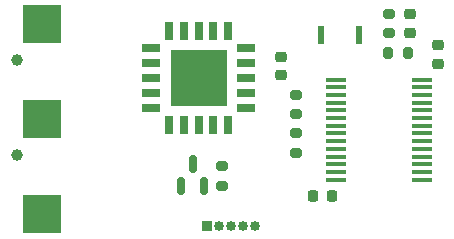
<source format=gbr>
%TF.GenerationSoftware,KiCad,Pcbnew,7.0.6*%
%TF.CreationDate,2024-02-06T14:07:09+09:00*%
%TF.ProjectId,CO2_sensor,434f325f-7365-46e7-936f-722e6b696361,rev?*%
%TF.SameCoordinates,Original*%
%TF.FileFunction,Soldermask,Bot*%
%TF.FilePolarity,Negative*%
%FSLAX46Y46*%
G04 Gerber Fmt 4.6, Leading zero omitted, Abs format (unit mm)*
G04 Created by KiCad (PCBNEW 7.0.6) date 2024-02-06 14:07:09*
%MOMM*%
%LPD*%
G01*
G04 APERTURE LIST*
G04 Aperture macros list*
%AMRoundRect*
0 Rectangle with rounded corners*
0 $1 Rounding radius*
0 $2 $3 $4 $5 $6 $7 $8 $9 X,Y pos of 4 corners*
0 Add a 4 corners polygon primitive as box body*
4,1,4,$2,$3,$4,$5,$6,$7,$8,$9,$2,$3,0*
0 Add four circle primitives for the rounded corners*
1,1,$1+$1,$2,$3*
1,1,$1+$1,$4,$5*
1,1,$1+$1,$6,$7*
1,1,$1+$1,$8,$9*
0 Add four rect primitives between the rounded corners*
20,1,$1+$1,$2,$3,$4,$5,0*
20,1,$1+$1,$4,$5,$6,$7,0*
20,1,$1+$1,$6,$7,$8,$9,0*
20,1,$1+$1,$8,$9,$2,$3,0*%
G04 Aperture macros list end*
%ADD10R,0.850000X0.850000*%
%ADD11O,0.850000X0.850000*%
%ADD12C,1.000000*%
%ADD13RoundRect,0.225000X0.250000X-0.225000X0.250000X0.225000X-0.250000X0.225000X-0.250000X-0.225000X0*%
%ADD14R,0.800000X1.500000*%
%ADD15R,1.500000X0.800000*%
%ADD16R,4.800000X4.800000*%
%ADD17R,1.651000X0.431800*%
%ADD18RoundRect,0.200000X0.275000X-0.200000X0.275000X0.200000X-0.275000X0.200000X-0.275000X-0.200000X0*%
%ADD19R,0.550000X1.500000*%
%ADD20RoundRect,0.225000X-0.250000X0.225000X-0.250000X-0.225000X0.250000X-0.225000X0.250000X0.225000X0*%
%ADD21RoundRect,0.150000X0.150000X-0.587500X0.150000X0.587500X-0.150000X0.587500X-0.150000X-0.587500X0*%
%ADD22RoundRect,0.200000X-0.275000X0.200000X-0.275000X-0.200000X0.275000X-0.200000X0.275000X0.200000X0*%
%ADD23RoundRect,0.200000X0.200000X0.275000X-0.200000X0.275000X-0.200000X-0.275000X0.200000X-0.275000X0*%
%ADD24R,3.200000X3.200000*%
%ADD25RoundRect,0.225000X-0.225000X-0.250000X0.225000X-0.250000X0.225000X0.250000X-0.225000X0.250000X0*%
G04 APERTURE END LIST*
D10*
%TO.C,J1*%
X185500000Y-129250000D03*
D11*
X186500000Y-129250000D03*
X187500000Y-129250000D03*
X188500000Y-129250000D03*
X189500000Y-129250000D03*
%TD*%
D12*
%TO.C,J3*%
X169350000Y-115250000D03*
X169350000Y-123250000D03*
%TD*%
D13*
%TO.C,C13*%
X191750000Y-116525000D03*
X191750000Y-114975000D03*
%TD*%
D14*
%TO.C,1*%
X182250000Y-112750000D03*
X183500000Y-112750000D03*
X184750000Y-112750000D03*
X186000000Y-112750000D03*
X187250000Y-112750000D03*
D15*
X188750000Y-114250000D03*
X188750000Y-115500000D03*
X188750000Y-116750000D03*
X188750000Y-118000000D03*
X188750000Y-119250000D03*
D14*
X187250000Y-120750000D03*
X186000000Y-120750000D03*
X184750000Y-120750000D03*
X183500000Y-120750000D03*
X182250000Y-120750000D03*
D15*
X180750000Y-119250000D03*
X180750000Y-118000000D03*
X180750000Y-116750000D03*
X180750000Y-115500000D03*
X180750000Y-114250000D03*
D16*
X184750000Y-116750000D03*
%TD*%
D17*
%TO.C,U1*%
X203632200Y-116900126D03*
X203632200Y-117550112D03*
X203632200Y-118200098D03*
X203632200Y-118850084D03*
X203632200Y-119500070D03*
X203632200Y-120150056D03*
X203632200Y-120800042D03*
X203632200Y-121450028D03*
X203632200Y-122100014D03*
X203632200Y-122750000D03*
X203632200Y-123399986D03*
X203632200Y-124049972D03*
X203632200Y-124699958D03*
X203632200Y-125349944D03*
X196367800Y-125349944D03*
X196367800Y-124699958D03*
X196367800Y-124049972D03*
X196367800Y-123399986D03*
X196367800Y-122750000D03*
X196367800Y-122100014D03*
X196367800Y-121450028D03*
X196367800Y-120800042D03*
X196367800Y-120150056D03*
X196367800Y-119500070D03*
X196367800Y-118850084D03*
X196367800Y-118200098D03*
X196367800Y-117550112D03*
X196367800Y-116900126D03*
%TD*%
D18*
%TO.C,R5*%
X200867800Y-112950035D03*
X200867800Y-111300035D03*
%TD*%
D19*
%TO.C,CB1*%
X198367800Y-113125035D03*
X195117800Y-113125035D03*
%TD*%
D20*
%TO.C,C14*%
X205000000Y-113975000D03*
X205000000Y-115525000D03*
%TD*%
D18*
%TO.C,R8*%
X193000000Y-119825000D03*
X193000000Y-118175000D03*
%TD*%
D21*
%TO.C,Q2*%
X185200000Y-125937500D03*
X183300000Y-125937500D03*
X184250000Y-124062500D03*
%TD*%
D20*
%TO.C,C12*%
X202617800Y-111350035D03*
X202617800Y-112900035D03*
%TD*%
D22*
%TO.C,R2*%
X186759249Y-124235911D03*
X186759249Y-125885911D03*
%TD*%
%TO.C,R9*%
X193000000Y-121425000D03*
X193000000Y-123075000D03*
%TD*%
D23*
%TO.C,R6*%
X202442800Y-114625035D03*
X200792800Y-114625035D03*
%TD*%
D24*
%TO.C,BT1*%
X171500000Y-128300000D03*
X171500000Y-112200000D03*
X171500000Y-120250000D03*
%TD*%
D25*
%TO.C,C5*%
X194475000Y-126750000D03*
X196025000Y-126750000D03*
%TD*%
M02*

</source>
